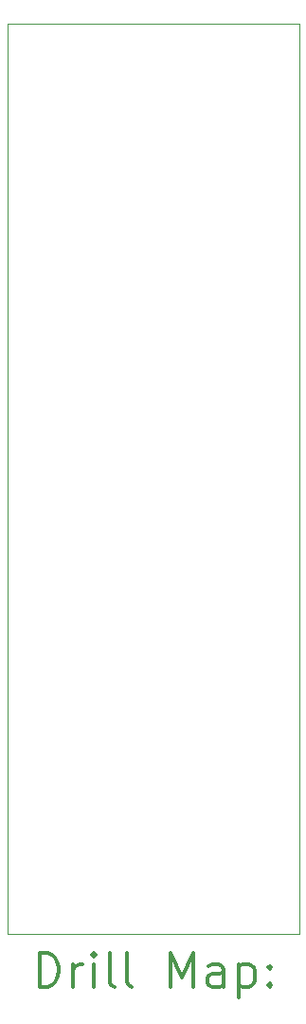
<source format=gbr>
%FSLAX45Y45*%
G04 Gerber Fmt 4.5, Leading zero omitted, Abs format (unit mm)*
G04 Created by KiCad (PCBNEW (5.1.7)-1) date 2020-11-01 14:15:27*
%MOMM*%
%LPD*%
G01*
G04 APERTURE LIST*
%TA.AperFunction,Profile*%
%ADD10C,0.050000*%
%TD*%
%ADD11C,0.200000*%
%ADD12C,0.300000*%
G04 APERTURE END LIST*
D10*
X10541000Y-16002000D02*
X7937500Y-16002000D01*
X10541000Y-7874000D02*
X10541000Y-16002000D01*
X7937500Y-7874000D02*
X10541000Y-7874000D01*
X7937500Y-16002000D02*
X7937500Y-7874000D01*
D11*
D12*
X8221428Y-16470214D02*
X8221428Y-16170214D01*
X8292857Y-16170214D01*
X8335714Y-16184500D01*
X8364286Y-16213071D01*
X8378571Y-16241643D01*
X8392857Y-16298786D01*
X8392857Y-16341643D01*
X8378571Y-16398786D01*
X8364286Y-16427357D01*
X8335714Y-16455929D01*
X8292857Y-16470214D01*
X8221428Y-16470214D01*
X8521428Y-16470214D02*
X8521428Y-16270214D01*
X8521428Y-16327357D02*
X8535714Y-16298786D01*
X8550000Y-16284500D01*
X8578571Y-16270214D01*
X8607143Y-16270214D01*
X8707143Y-16470214D02*
X8707143Y-16270214D01*
X8707143Y-16170214D02*
X8692857Y-16184500D01*
X8707143Y-16198786D01*
X8721428Y-16184500D01*
X8707143Y-16170214D01*
X8707143Y-16198786D01*
X8892857Y-16470214D02*
X8864286Y-16455929D01*
X8850000Y-16427357D01*
X8850000Y-16170214D01*
X9050000Y-16470214D02*
X9021428Y-16455929D01*
X9007143Y-16427357D01*
X9007143Y-16170214D01*
X9392857Y-16470214D02*
X9392857Y-16170214D01*
X9492857Y-16384500D01*
X9592857Y-16170214D01*
X9592857Y-16470214D01*
X9864286Y-16470214D02*
X9864286Y-16313071D01*
X9850000Y-16284500D01*
X9821428Y-16270214D01*
X9764286Y-16270214D01*
X9735714Y-16284500D01*
X9864286Y-16455929D02*
X9835714Y-16470214D01*
X9764286Y-16470214D01*
X9735714Y-16455929D01*
X9721428Y-16427357D01*
X9721428Y-16398786D01*
X9735714Y-16370214D01*
X9764286Y-16355929D01*
X9835714Y-16355929D01*
X9864286Y-16341643D01*
X10007143Y-16270214D02*
X10007143Y-16570214D01*
X10007143Y-16284500D02*
X10035714Y-16270214D01*
X10092857Y-16270214D01*
X10121428Y-16284500D01*
X10135714Y-16298786D01*
X10150000Y-16327357D01*
X10150000Y-16413071D01*
X10135714Y-16441643D01*
X10121428Y-16455929D01*
X10092857Y-16470214D01*
X10035714Y-16470214D01*
X10007143Y-16455929D01*
X10278571Y-16441643D02*
X10292857Y-16455929D01*
X10278571Y-16470214D01*
X10264286Y-16455929D01*
X10278571Y-16441643D01*
X10278571Y-16470214D01*
X10278571Y-16284500D02*
X10292857Y-16298786D01*
X10278571Y-16313071D01*
X10264286Y-16298786D01*
X10278571Y-16284500D01*
X10278571Y-16313071D01*
M02*

</source>
